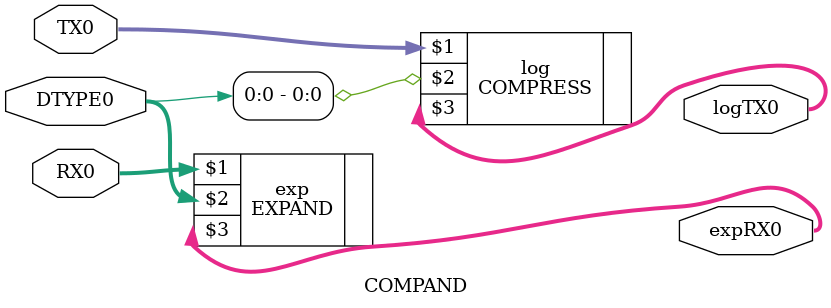
<source format=v>
module COMPAND (/* in */ DTYPE0, RX0, TX0, 
expRX0, logTX0); 


input [1:0] DTYPE0; 
input [15:0] RX0, 
TX0; 

output [15:0] expRX0; 
output [7:0] logTX0; 


EXPAND exp (/* in */ RX0[15:0], DTYPE0[1:0], 
expRX0[15:0]); 

COMPRESS log (/* in */ TX0[15:0], DTYPE0[0], 
logTX0[7:0]); 


endmodule 

</source>
